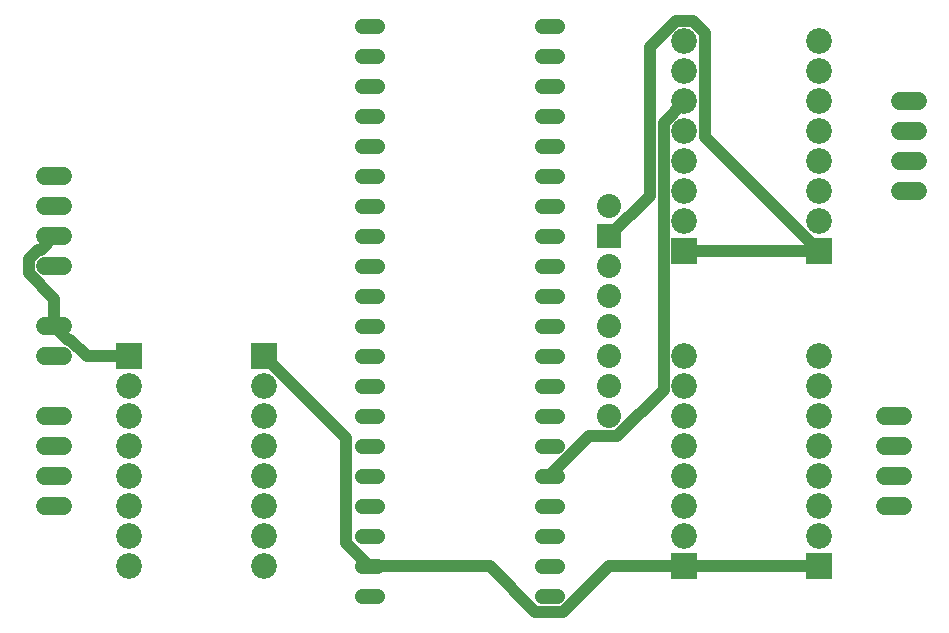
<source format=gbr>
G04 EAGLE Gerber RS-274X export*
G75*
%MOMM*%
%FSLAX34Y34*%
%LPD*%
%INTop Copper*%
%IPPOS*%
%AMOC8*
5,1,8,0,0,1.08239X$1,22.5*%
G01*
%ADD10C,1.508000*%
%ADD11R,2.184400X2.184400*%
%ADD12C,2.184400*%
%ADD13C,1.308000*%
%ADD14C,2.032000*%
%ADD15R,2.032000X2.032000*%
%ADD16C,1.016000*%


D10*
X109140Y139700D02*
X94060Y139700D01*
X94060Y165100D02*
X109140Y165100D01*
X109140Y215900D02*
X94060Y215900D01*
X94060Y190500D02*
X109140Y190500D01*
X817960Y482600D02*
X833040Y482600D01*
X833040Y457200D02*
X817960Y457200D01*
X817960Y406400D02*
X833040Y406400D01*
X833040Y431800D02*
X817960Y431800D01*
X820340Y215900D02*
X805260Y215900D01*
X805260Y190500D02*
X820340Y190500D01*
X820340Y139700D02*
X805260Y139700D01*
X805260Y165100D02*
X820340Y165100D01*
D11*
X279400Y266700D03*
D12*
X279400Y241300D03*
X279400Y215900D03*
X279400Y190500D03*
X279400Y165100D03*
X279400Y139700D03*
X279400Y114300D03*
X279400Y88900D03*
D11*
X165100Y266700D03*
D12*
X165100Y241300D03*
X165100Y215900D03*
X165100Y190500D03*
X165100Y165100D03*
X165100Y139700D03*
X165100Y114300D03*
X165100Y88900D03*
D11*
X635000Y88900D03*
D12*
X635000Y114300D03*
X635000Y139700D03*
X635000Y165100D03*
X635000Y190500D03*
X635000Y215900D03*
X635000Y241300D03*
X635000Y266700D03*
D11*
X749300Y88900D03*
D12*
X749300Y114300D03*
X749300Y139700D03*
X749300Y165100D03*
X749300Y190500D03*
X749300Y215900D03*
X749300Y241300D03*
X749300Y266700D03*
D11*
X635000Y355600D03*
D12*
X635000Y381000D03*
X635000Y406400D03*
X635000Y431800D03*
X635000Y457200D03*
X635000Y482600D03*
X635000Y508000D03*
X635000Y533400D03*
D11*
X749300Y355600D03*
D12*
X749300Y381000D03*
X749300Y406400D03*
X749300Y431800D03*
X749300Y457200D03*
X749300Y482600D03*
X749300Y508000D03*
X749300Y533400D03*
D13*
X374840Y546100D02*
X361760Y546100D01*
X361760Y520700D02*
X374840Y520700D01*
X374840Y495300D02*
X361760Y495300D01*
X361760Y469900D02*
X374840Y469900D01*
X374840Y444500D02*
X361760Y444500D01*
X361760Y419100D02*
X374840Y419100D01*
X374840Y393700D02*
X361760Y393700D01*
X361760Y368300D02*
X374840Y368300D01*
X374840Y342900D02*
X361760Y342900D01*
X361760Y317500D02*
X374840Y317500D01*
X374840Y292100D02*
X361760Y292100D01*
X361760Y266700D02*
X374840Y266700D01*
X374840Y241300D02*
X361760Y241300D01*
X361760Y215900D02*
X374840Y215900D01*
X374840Y190500D02*
X361760Y190500D01*
X361760Y165100D02*
X374840Y165100D01*
X374840Y139700D02*
X361760Y139700D01*
X361760Y114300D02*
X374840Y114300D01*
X374840Y88900D02*
X361760Y88900D01*
X361760Y63500D02*
X374840Y63500D01*
X514160Y546100D02*
X527240Y546100D01*
X527240Y520700D02*
X514160Y520700D01*
X514160Y495300D02*
X527240Y495300D01*
X527240Y469900D02*
X514160Y469900D01*
X514160Y444500D02*
X527240Y444500D01*
X527240Y419100D02*
X514160Y419100D01*
X514160Y393700D02*
X527240Y393700D01*
X527240Y368300D02*
X514160Y368300D01*
X514160Y342900D02*
X527240Y342900D01*
X527240Y317500D02*
X514160Y317500D01*
X514160Y292100D02*
X527240Y292100D01*
X527240Y266700D02*
X514160Y266700D01*
X514160Y241300D02*
X527240Y241300D01*
X527240Y215900D02*
X514160Y215900D01*
X514160Y190500D02*
X527240Y190500D01*
X527240Y165100D02*
X514160Y165100D01*
X514160Y139700D02*
X527240Y139700D01*
X527240Y114300D02*
X514160Y114300D01*
X514160Y88900D02*
X527240Y88900D01*
X527240Y63500D02*
X514160Y63500D01*
D14*
X571500Y215900D03*
X571500Y241300D03*
X571500Y266700D03*
X571500Y292100D03*
X571500Y317500D03*
X571500Y342900D03*
D15*
X571500Y368300D03*
D14*
X571500Y393700D03*
D10*
X109140Y292100D02*
X94060Y292100D01*
X94060Y266700D02*
X109140Y266700D01*
X109140Y342900D02*
X94060Y342900D01*
X94060Y368300D02*
X109140Y368300D01*
X109140Y393700D02*
X94060Y393700D01*
X94060Y419100D02*
X109140Y419100D01*
D16*
X279400Y266700D02*
X348616Y197484D01*
X368300Y89172D02*
X368300Y88900D01*
X348616Y108856D02*
X348616Y197484D01*
X348616Y108856D02*
X368300Y89172D01*
X508716Y50356D02*
X532684Y50356D01*
X470172Y88900D02*
X368300Y88900D01*
X571228Y88900D02*
X635000Y88900D01*
X508716Y50356D02*
X470172Y88900D01*
X532684Y50356D02*
X571228Y88900D01*
X635000Y88900D02*
X749300Y88900D01*
X652526Y540660D02*
X642260Y550926D01*
X627740Y550926D01*
X605790Y402590D02*
X571500Y368300D01*
X652526Y452374D02*
X652526Y540660D01*
X652526Y452374D02*
X749300Y355600D01*
X605790Y528976D02*
X627740Y550926D01*
X605790Y528976D02*
X605790Y402590D01*
X635000Y355600D02*
X749300Y355600D01*
X114999Y280844D02*
X112856Y280844D01*
X101600Y292100D01*
X129143Y266700D02*
X165100Y266700D01*
X129143Y266700D02*
X114999Y280844D01*
X79916Y337041D02*
X79916Y348759D01*
X88201Y357044D01*
X101600Y315357D02*
X101600Y292100D01*
X90344Y357044D02*
X88201Y357044D01*
X90344Y357044D02*
X101600Y368300D01*
X79916Y337041D02*
X101600Y315357D01*
X520700Y165100D02*
X554736Y199136D01*
X635000Y481986D02*
X635000Y482600D01*
X578444Y199136D02*
X554736Y199136D01*
X617474Y464460D02*
X635000Y481986D01*
X617474Y238166D02*
X578444Y199136D01*
X617474Y238166D02*
X617474Y464460D01*
M02*

</source>
